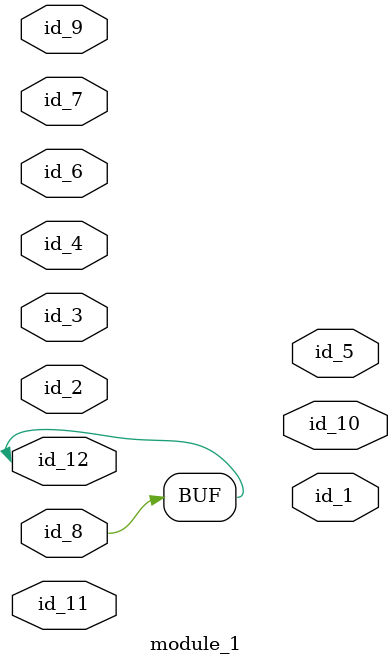
<source format=v>
module module_0;
  localparam id_1 = "";
  wire id_2;
  assign id_3 = -1 != "";
  assign module_1.id_4 = 0;
endmodule
module module_1 (
    id_1,
    id_2,
    id_3,
    id_4,
    id_5,
    id_6,
    id_7,
    id_8,
    id_9,
    id_10,
    id_11,
    id_12
);
  inout wire id_12;
  inout wire id_11;
  output wire id_10;
  inout wire id_9;
  input wire id_8;
  inout wire id_7;
  input wire id_6;
  output wire id_5;
  inout wire id_4;
  input wire id_3;
  inout wire id_2;
  output wire id_1;
  if (-1) assign id_12 = id_8;
  else
    initial
      repeat (-1 + id_3)
        if (id_4) id_4 <= id_4;
        else id_1 <= id_7;
  module_0 modCall_1 ();
endmodule

</source>
